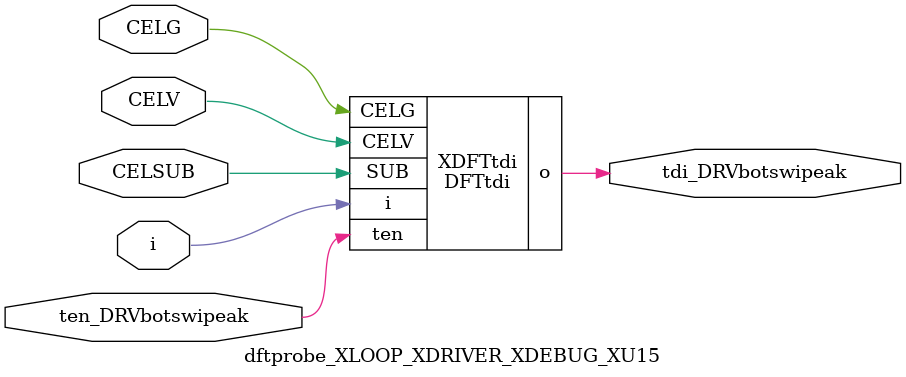
<source format=v>


module DFTtdi ( o, CELV, SUB, i, ten, CELG );

  input CELV;
  input ten;
  input i;
  output o;
  input CELG;
  input SUB;
endmodule


module dftprobe_XLOOP_XDRIVER_XDEBUG_XU15 (i,tdi_DRVbotswipeak,ten_DRVbotswipeak,CELG,CELSUB,CELV);
input  i;
output  tdi_DRVbotswipeak;
input  ten_DRVbotswipeak;
input  CELG;
input  CELSUB;
input  CELV;

DFTtdi XDFTtdi(
  .i (i),
  .o (tdi_DRVbotswipeak),
  .ten (ten_DRVbotswipeak),
  .CELG (CELG),
  .SUB (CELSUB),
  .CELV (CELV)
);

endmodule


</source>
